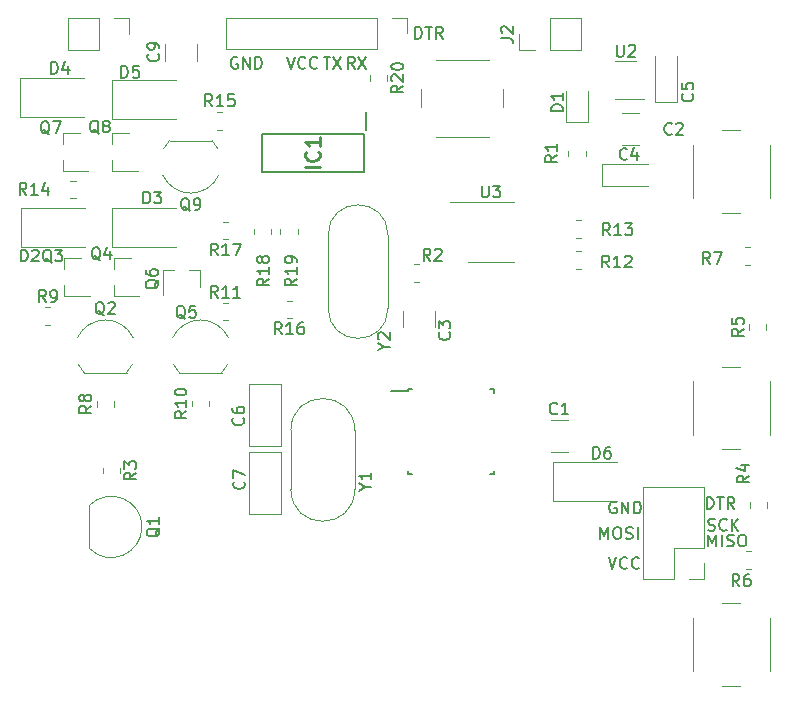
<source format=gbr>
G04 #@! TF.GenerationSoftware,KiCad,Pcbnew,5.1.7-a382d34a8~87~ubuntu20.04.1*
G04 #@! TF.CreationDate,2020-11-09T08:25:24+01:00*
G04 #@! TF.ProjectId,OpenerV1.1_Board,4f70656e-6572-4563-912e-315f426f6172,rev?*
G04 #@! TF.SameCoordinates,Original*
G04 #@! TF.FileFunction,Legend,Top*
G04 #@! TF.FilePolarity,Positive*
%FSLAX46Y46*%
G04 Gerber Fmt 4.6, Leading zero omitted, Abs format (unit mm)*
G04 Created by KiCad (PCBNEW 5.1.7-a382d34a8~87~ubuntu20.04.1) date 2020-11-09 08:25:24*
%MOMM*%
%LPD*%
G01*
G04 APERTURE LIST*
%ADD10C,0.150000*%
%ADD11C,0.120000*%
%ADD12C,0.200000*%
%ADD13C,0.254000*%
G04 APERTURE END LIST*
D10*
X134302642Y-44394380D02*
X134302642Y-43394380D01*
X134540738Y-43394380D01*
X134683595Y-43442000D01*
X134778833Y-43537238D01*
X134826452Y-43632476D01*
X134874071Y-43822952D01*
X134874071Y-43965809D01*
X134826452Y-44156285D01*
X134778833Y-44251523D01*
X134683595Y-44346761D01*
X134540738Y-44394380D01*
X134302642Y-44394380D01*
X135159785Y-43394380D02*
X135731214Y-43394380D01*
X135445500Y-44394380D02*
X135445500Y-43394380D01*
X136635976Y-44394380D02*
X136302642Y-43918190D01*
X136064547Y-44394380D02*
X136064547Y-43394380D01*
X136445500Y-43394380D01*
X136540738Y-43442000D01*
X136588357Y-43489619D01*
X136635976Y-43584857D01*
X136635976Y-43727714D01*
X136588357Y-43822952D01*
X136540738Y-43870571D01*
X136445500Y-43918190D01*
X136064547Y-43918190D01*
X119253095Y-45982000D02*
X119157857Y-45934380D01*
X119015000Y-45934380D01*
X118872142Y-45982000D01*
X118776904Y-46077238D01*
X118729285Y-46172476D01*
X118681666Y-46362952D01*
X118681666Y-46505809D01*
X118729285Y-46696285D01*
X118776904Y-46791523D01*
X118872142Y-46886761D01*
X119015000Y-46934380D01*
X119110238Y-46934380D01*
X119253095Y-46886761D01*
X119300714Y-46839142D01*
X119300714Y-46505809D01*
X119110238Y-46505809D01*
X119729285Y-46934380D02*
X119729285Y-45934380D01*
X120300714Y-46934380D01*
X120300714Y-45934380D01*
X120776904Y-46934380D02*
X120776904Y-45934380D01*
X121015000Y-45934380D01*
X121157857Y-45982000D01*
X121253095Y-46077238D01*
X121300714Y-46172476D01*
X121348333Y-46362952D01*
X121348333Y-46505809D01*
X121300714Y-46696285D01*
X121253095Y-46791523D01*
X121157857Y-46886761D01*
X121015000Y-46934380D01*
X120776904Y-46934380D01*
X123444166Y-45934380D02*
X123777500Y-46934380D01*
X124110833Y-45934380D01*
X125015595Y-46839142D02*
X124967976Y-46886761D01*
X124825119Y-46934380D01*
X124729880Y-46934380D01*
X124587023Y-46886761D01*
X124491785Y-46791523D01*
X124444166Y-46696285D01*
X124396547Y-46505809D01*
X124396547Y-46362952D01*
X124444166Y-46172476D01*
X124491785Y-46077238D01*
X124587023Y-45982000D01*
X124729880Y-45934380D01*
X124825119Y-45934380D01*
X124967976Y-45982000D01*
X125015595Y-46029619D01*
X126015595Y-46839142D02*
X125967976Y-46886761D01*
X125825119Y-46934380D01*
X125729880Y-46934380D01*
X125587023Y-46886761D01*
X125491785Y-46791523D01*
X125444166Y-46696285D01*
X125396547Y-46505809D01*
X125396547Y-46362952D01*
X125444166Y-46172476D01*
X125491785Y-46077238D01*
X125587023Y-45982000D01*
X125729880Y-45934380D01*
X125825119Y-45934380D01*
X125967976Y-45982000D01*
X126015595Y-46029619D01*
X129182833Y-46934380D02*
X128849500Y-46458190D01*
X128611404Y-46934380D02*
X128611404Y-45934380D01*
X128992357Y-45934380D01*
X129087595Y-45982000D01*
X129135214Y-46029619D01*
X129182833Y-46124857D01*
X129182833Y-46267714D01*
X129135214Y-46362952D01*
X129087595Y-46410571D01*
X128992357Y-46458190D01*
X128611404Y-46458190D01*
X129516166Y-45934380D02*
X130182833Y-46934380D01*
X130182833Y-45934380D02*
X129516166Y-46934380D01*
X126555595Y-45934380D02*
X127127023Y-45934380D01*
X126841309Y-46934380D02*
X126841309Y-45934380D01*
X127365119Y-45934380D02*
X128031785Y-46934380D01*
X128031785Y-45934380D02*
X127365119Y-46934380D01*
X159115285Y-86002761D02*
X159258142Y-86050380D01*
X159496238Y-86050380D01*
X159591476Y-86002761D01*
X159639095Y-85955142D01*
X159686714Y-85859904D01*
X159686714Y-85764666D01*
X159639095Y-85669428D01*
X159591476Y-85621809D01*
X159496238Y-85574190D01*
X159305761Y-85526571D01*
X159210523Y-85478952D01*
X159162904Y-85431333D01*
X159115285Y-85336095D01*
X159115285Y-85240857D01*
X159162904Y-85145619D01*
X159210523Y-85098000D01*
X159305761Y-85050380D01*
X159543857Y-85050380D01*
X159686714Y-85098000D01*
X160686714Y-85955142D02*
X160639095Y-86002761D01*
X160496238Y-86050380D01*
X160401000Y-86050380D01*
X160258142Y-86002761D01*
X160162904Y-85907523D01*
X160115285Y-85812285D01*
X160067666Y-85621809D01*
X160067666Y-85478952D01*
X160115285Y-85288476D01*
X160162904Y-85193238D01*
X160258142Y-85098000D01*
X160401000Y-85050380D01*
X160496238Y-85050380D01*
X160639095Y-85098000D01*
X160686714Y-85145619D01*
X161115285Y-86050380D02*
X161115285Y-85050380D01*
X161686714Y-86050380D02*
X161258142Y-85478952D01*
X161686714Y-85050380D02*
X161115285Y-85621809D01*
X159147071Y-87383880D02*
X159147071Y-86383880D01*
X159480404Y-87098166D01*
X159813738Y-86383880D01*
X159813738Y-87383880D01*
X160289928Y-87383880D02*
X160289928Y-86383880D01*
X160718500Y-87336261D02*
X160861357Y-87383880D01*
X161099452Y-87383880D01*
X161194690Y-87336261D01*
X161242309Y-87288642D01*
X161289928Y-87193404D01*
X161289928Y-87098166D01*
X161242309Y-87002928D01*
X161194690Y-86955309D01*
X161099452Y-86907690D01*
X160908976Y-86860071D01*
X160813738Y-86812452D01*
X160766119Y-86764833D01*
X160718500Y-86669595D01*
X160718500Y-86574357D01*
X160766119Y-86479119D01*
X160813738Y-86431500D01*
X160908976Y-86383880D01*
X161147071Y-86383880D01*
X161289928Y-86431500D01*
X161908976Y-86383880D02*
X162099452Y-86383880D01*
X162194690Y-86431500D01*
X162289928Y-86526738D01*
X162337547Y-86717214D01*
X162337547Y-87050547D01*
X162289928Y-87241023D01*
X162194690Y-87336261D01*
X162099452Y-87383880D01*
X161908976Y-87383880D01*
X161813738Y-87336261D01*
X161718500Y-87241023D01*
X161670880Y-87050547D01*
X161670880Y-86717214D01*
X161718500Y-86526738D01*
X161813738Y-86431500D01*
X161908976Y-86383880D01*
X159004142Y-84208880D02*
X159004142Y-83208880D01*
X159242238Y-83208880D01*
X159385095Y-83256500D01*
X159480333Y-83351738D01*
X159527952Y-83446976D01*
X159575571Y-83637452D01*
X159575571Y-83780309D01*
X159527952Y-83970785D01*
X159480333Y-84066023D01*
X159385095Y-84161261D01*
X159242238Y-84208880D01*
X159004142Y-84208880D01*
X159861285Y-83208880D02*
X160432714Y-83208880D01*
X160147000Y-84208880D02*
X160147000Y-83208880D01*
X161337476Y-84208880D02*
X161004142Y-83732690D01*
X160766047Y-84208880D02*
X160766047Y-83208880D01*
X161147000Y-83208880D01*
X161242238Y-83256500D01*
X161289857Y-83304119D01*
X161337476Y-83399357D01*
X161337476Y-83542214D01*
X161289857Y-83637452D01*
X161242238Y-83685071D01*
X161147000Y-83732690D01*
X160766047Y-83732690D01*
X150685666Y-88288880D02*
X151019000Y-89288880D01*
X151352333Y-88288880D01*
X152257095Y-89193642D02*
X152209476Y-89241261D01*
X152066619Y-89288880D01*
X151971380Y-89288880D01*
X151828523Y-89241261D01*
X151733285Y-89146023D01*
X151685666Y-89050785D01*
X151638047Y-88860309D01*
X151638047Y-88717452D01*
X151685666Y-88526976D01*
X151733285Y-88431738D01*
X151828523Y-88336500D01*
X151971380Y-88288880D01*
X152066619Y-88288880D01*
X152209476Y-88336500D01*
X152257095Y-88384119D01*
X153257095Y-89193642D02*
X153209476Y-89241261D01*
X153066619Y-89288880D01*
X152971380Y-89288880D01*
X152828523Y-89241261D01*
X152733285Y-89146023D01*
X152685666Y-89050785D01*
X152638047Y-88860309D01*
X152638047Y-88717452D01*
X152685666Y-88526976D01*
X152733285Y-88431738D01*
X152828523Y-88336500D01*
X152971380Y-88288880D01*
X153066619Y-88288880D01*
X153209476Y-88336500D01*
X153257095Y-88384119D01*
X151320595Y-83637500D02*
X151225357Y-83589880D01*
X151082500Y-83589880D01*
X150939642Y-83637500D01*
X150844404Y-83732738D01*
X150796785Y-83827976D01*
X150749166Y-84018452D01*
X150749166Y-84161309D01*
X150796785Y-84351785D01*
X150844404Y-84447023D01*
X150939642Y-84542261D01*
X151082500Y-84589880D01*
X151177738Y-84589880D01*
X151320595Y-84542261D01*
X151368214Y-84494642D01*
X151368214Y-84161309D01*
X151177738Y-84161309D01*
X151796785Y-84589880D02*
X151796785Y-83589880D01*
X152368214Y-84589880D01*
X152368214Y-83589880D01*
X152844404Y-84589880D02*
X152844404Y-83589880D01*
X153082500Y-83589880D01*
X153225357Y-83637500D01*
X153320595Y-83732738D01*
X153368214Y-83827976D01*
X153415833Y-84018452D01*
X153415833Y-84161309D01*
X153368214Y-84351785D01*
X153320595Y-84447023D01*
X153225357Y-84542261D01*
X153082500Y-84589880D01*
X152844404Y-84589880D01*
X150003071Y-86748880D02*
X150003071Y-85748880D01*
X150336404Y-86463166D01*
X150669738Y-85748880D01*
X150669738Y-86748880D01*
X151336404Y-85748880D02*
X151526880Y-85748880D01*
X151622119Y-85796500D01*
X151717357Y-85891738D01*
X151764976Y-86082214D01*
X151764976Y-86415547D01*
X151717357Y-86606023D01*
X151622119Y-86701261D01*
X151526880Y-86748880D01*
X151336404Y-86748880D01*
X151241166Y-86701261D01*
X151145928Y-86606023D01*
X151098309Y-86415547D01*
X151098309Y-86082214D01*
X151145928Y-85891738D01*
X151241166Y-85796500D01*
X151336404Y-85748880D01*
X152145928Y-86701261D02*
X152288785Y-86748880D01*
X152526880Y-86748880D01*
X152622119Y-86701261D01*
X152669738Y-86653642D01*
X152717357Y-86558404D01*
X152717357Y-86463166D01*
X152669738Y-86367928D01*
X152622119Y-86320309D01*
X152526880Y-86272690D01*
X152336404Y-86225071D01*
X152241166Y-86177452D01*
X152193547Y-86129833D01*
X152145928Y-86034595D01*
X152145928Y-85939357D01*
X152193547Y-85844119D01*
X152241166Y-85796500D01*
X152336404Y-85748880D01*
X152574500Y-85748880D01*
X152717357Y-85796500D01*
X153145928Y-86748880D02*
X153145928Y-85748880D01*
D11*
X118304000Y-42612000D02*
X118304000Y-45272000D01*
X131064000Y-42612000D02*
X118304000Y-42612000D01*
X131064000Y-45272000D02*
X118304000Y-45272000D01*
X131064000Y-42612000D02*
X131064000Y-45272000D01*
X132334000Y-42612000D02*
X133664000Y-42612000D01*
X133664000Y-42612000D02*
X133664000Y-43942000D01*
X145983500Y-80265000D02*
X145983500Y-83565000D01*
X145983500Y-83565000D02*
X151383500Y-83565000D01*
X145983500Y-80265000D02*
X151383500Y-80265000D01*
X113130500Y-46240752D02*
X113130500Y-44818248D01*
X115850500Y-46240752D02*
X115850500Y-44818248D01*
X140714500Y-63329500D02*
X142664500Y-63329500D01*
X140714500Y-63329500D02*
X138764500Y-63329500D01*
X140714500Y-58209500D02*
X142664500Y-58209500D01*
X140714500Y-58209500D02*
X137264500Y-58209500D01*
X130456000Y-47501436D02*
X130456000Y-47955564D01*
X131926000Y-47501436D02*
X131926000Y-47955564D01*
X158810000Y-90103000D02*
X157480000Y-90103000D01*
X158810000Y-88773000D02*
X158810000Y-90103000D01*
X156210000Y-90103000D02*
X153610000Y-90103000D01*
X156210000Y-87503000D02*
X156210000Y-90103000D01*
X158810000Y-87503000D02*
X156210000Y-87503000D01*
X153610000Y-90103000D02*
X153610000Y-82363000D01*
X158810000Y-87503000D02*
X158810000Y-82363000D01*
X158810000Y-82363000D02*
X153610000Y-82363000D01*
X132001500Y-60983500D02*
X132001500Y-67233500D01*
X126951500Y-60983500D02*
X126951500Y-67233500D01*
X126951500Y-67233500D02*
G75*
G03*
X132001500Y-67233500I2525000J0D01*
G01*
X126951500Y-60983500D02*
G75*
G02*
X132001500Y-60983500I2525000J0D01*
G01*
X123792000Y-82550000D02*
X123792000Y-77550000D01*
X129192000Y-82550000D02*
X129192000Y-77550000D01*
X129192000Y-77550000D02*
G75*
G03*
X123792000Y-77550000I-2700000J0D01*
G01*
X129192000Y-82550000D02*
G75*
G02*
X123792000Y-82550000I-2700000J0D01*
G01*
X153046000Y-46269000D02*
X151246000Y-46269000D01*
X151246000Y-49489000D02*
X153696000Y-49489000D01*
D10*
X133731500Y-74031000D02*
X133731500Y-74256000D01*
X140981500Y-74031000D02*
X140981500Y-74356000D01*
X140981500Y-81281000D02*
X140981500Y-80956000D01*
X133731500Y-81281000D02*
X133731500Y-80956000D01*
X133731500Y-74031000D02*
X134056500Y-74031000D01*
X133731500Y-81281000D02*
X134056500Y-81281000D01*
X140981500Y-81281000D02*
X140656500Y-81281000D01*
X140981500Y-74031000D02*
X140656500Y-74031000D01*
X133731500Y-74256000D02*
X132306500Y-74256000D01*
D11*
X164326500Y-57907500D02*
X164326500Y-53407500D01*
X160326500Y-59157500D02*
X161826500Y-59157500D01*
X157826500Y-53407500D02*
X157826500Y-57907500D01*
X161826500Y-52157500D02*
X160326500Y-52157500D01*
X164326500Y-77907500D02*
X164326500Y-73407500D01*
X160326500Y-79157500D02*
X161826500Y-79157500D01*
X157826500Y-73407500D02*
X157826500Y-77907500D01*
X161826500Y-72157500D02*
X160326500Y-72157500D01*
X164326500Y-97907500D02*
X164326500Y-93407500D01*
X160326500Y-99157500D02*
X161826500Y-99157500D01*
X157826500Y-93407500D02*
X157826500Y-97907500D01*
X161826500Y-92157500D02*
X160326500Y-92157500D01*
X140541500Y-46189000D02*
X136041500Y-46189000D01*
X141791500Y-50189000D02*
X141791500Y-48689000D01*
X136041500Y-52689000D02*
X140541500Y-52689000D01*
X134791500Y-48689000D02*
X134791500Y-50189000D01*
X122899500Y-60956564D02*
X122899500Y-60502436D01*
X124369500Y-60956564D02*
X124369500Y-60502436D01*
X120677000Y-60933064D02*
X120677000Y-60478936D01*
X122147000Y-60933064D02*
X122147000Y-60478936D01*
X118464064Y-61377500D02*
X118009936Y-61377500D01*
X118464064Y-59907500D02*
X118009936Y-59907500D01*
X123885064Y-68045000D02*
X123430936Y-68045000D01*
X123885064Y-66575000D02*
X123430936Y-66575000D01*
X117996064Y-52106500D02*
X117541936Y-52106500D01*
X117996064Y-50636500D02*
X117541936Y-50636500D01*
X105119436Y-56415000D02*
X105573564Y-56415000D01*
X105119436Y-57885000D02*
X105573564Y-57885000D01*
X148372564Y-61250500D02*
X147918436Y-61250500D01*
X148372564Y-59780500D02*
X147918436Y-59780500D01*
X148372564Y-63854000D02*
X147918436Y-63854000D01*
X148372564Y-62384000D02*
X147918436Y-62384000D01*
X118009936Y-66765500D02*
X118464064Y-66765500D01*
X118009936Y-68235500D02*
X118464064Y-68235500D01*
X115406500Y-75498064D02*
X115406500Y-75043936D01*
X116876500Y-75498064D02*
X116876500Y-75043936D01*
X102983936Y-67146500D02*
X103438064Y-67146500D01*
X102983936Y-68616500D02*
X103438064Y-68616500D01*
X107342000Y-75538064D02*
X107342000Y-75083936D01*
X108812000Y-75538064D02*
X108812000Y-75083936D01*
X162683564Y-63536500D02*
X162229436Y-63536500D01*
X162683564Y-62066500D02*
X162229436Y-62066500D01*
X162332936Y-87784000D02*
X162787064Y-87784000D01*
X162332936Y-89254000D02*
X162787064Y-89254000D01*
X162587000Y-69021064D02*
X162587000Y-68566936D01*
X164057000Y-69021064D02*
X164057000Y-68566936D01*
X162650500Y-84110564D02*
X162650500Y-83656436D01*
X164120500Y-84110564D02*
X164120500Y-83656436D01*
X109320000Y-80735436D02*
X109320000Y-81189564D01*
X107850000Y-80735436D02*
X107850000Y-81189564D01*
X134656564Y-64973500D02*
X134202436Y-64973500D01*
X134656564Y-63503500D02*
X134202436Y-63503500D01*
X148753500Y-53874936D02*
X148753500Y-54329064D01*
X147283500Y-53874936D02*
X147283500Y-54329064D01*
X117116000Y-53014000D02*
X113516000Y-53014000D01*
X112991816Y-53741205D02*
G75*
G02*
X113516000Y-53014000I2324184J-1122795D01*
G01*
X112959600Y-55962807D02*
G75*
G03*
X115316000Y-57464000I2356400J1098807D01*
G01*
X117672400Y-55962807D02*
G75*
G02*
X115316000Y-57464000I-2356400J1098807D01*
G01*
X117640184Y-53741205D02*
G75*
G03*
X117116000Y-53014000I-2324184J-1122795D01*
G01*
X108650500Y-52395000D02*
X108650500Y-53325000D01*
X108650500Y-55555000D02*
X108650500Y-54625000D01*
X108650500Y-55555000D02*
X110810500Y-55555000D01*
X108650500Y-52395000D02*
X110110500Y-52395000D01*
X104459500Y-52395000D02*
X104459500Y-53325000D01*
X104459500Y-55555000D02*
X104459500Y-54625000D01*
X104459500Y-55555000D02*
X106619500Y-55555000D01*
X104459500Y-52395000D02*
X105919500Y-52395000D01*
X116134000Y-63946500D02*
X115204000Y-63946500D01*
X112974000Y-63946500D02*
X113904000Y-63946500D01*
X112974000Y-63946500D02*
X112974000Y-66106500D01*
X116134000Y-63946500D02*
X116134000Y-65406500D01*
X114341500Y-72652500D02*
X117941500Y-72652500D01*
X118465684Y-71925295D02*
G75*
G02*
X117941500Y-72652500I-2324184J1122795D01*
G01*
X118497900Y-69703693D02*
G75*
G03*
X116141500Y-68202500I-2356400J-1098807D01*
G01*
X113785100Y-69703693D02*
G75*
G02*
X116141500Y-68202500I2356400J-1098807D01*
G01*
X113817316Y-71925295D02*
G75*
G03*
X114341500Y-72652500I2324184J1122795D01*
G01*
X108777500Y-62999500D02*
X108777500Y-63929500D01*
X108777500Y-66159500D02*
X108777500Y-65229500D01*
X108777500Y-66159500D02*
X110937500Y-66159500D01*
X108777500Y-62999500D02*
X110237500Y-62999500D01*
X104586500Y-62999500D02*
X104586500Y-63929500D01*
X104586500Y-66159500D02*
X104586500Y-65229500D01*
X104586500Y-66159500D02*
X106746500Y-66159500D01*
X104586500Y-62999500D02*
X106046500Y-62999500D01*
X106277000Y-72652500D02*
X109877000Y-72652500D01*
X110401184Y-71925295D02*
G75*
G02*
X109877000Y-72652500I-2324184J1122795D01*
G01*
X110433400Y-69703693D02*
G75*
G03*
X108077000Y-68202500I-2356400J-1098807D01*
G01*
X105720600Y-69703693D02*
G75*
G02*
X108077000Y-68202500I2356400J-1098807D01*
G01*
X105752816Y-71925295D02*
G75*
G03*
X106277000Y-72652500I2324184J1122795D01*
G01*
X106735000Y-83925000D02*
X106735000Y-87525000D01*
X106746522Y-87563478D02*
G75*
G03*
X111185000Y-85725000I1838478J1838478D01*
G01*
X106746522Y-83886522D02*
G75*
G02*
X111185000Y-85725000I1838478J-1838478D01*
G01*
X148332500Y-45330000D02*
X148332500Y-42670000D01*
X145732500Y-45330000D02*
X148332500Y-45330000D01*
X145732500Y-42670000D02*
X148332500Y-42670000D01*
X145732500Y-45330000D02*
X145732500Y-42670000D01*
X144462500Y-45330000D02*
X143132500Y-45330000D01*
X143132500Y-45330000D02*
X143132500Y-44000000D01*
X104905500Y-42670000D02*
X104905500Y-45330000D01*
X107505500Y-42670000D02*
X104905500Y-42670000D01*
X107505500Y-45330000D02*
X104905500Y-45330000D01*
X107505500Y-42670000D02*
X107505500Y-45330000D01*
X108775500Y-42670000D02*
X110105500Y-42670000D01*
X110105500Y-42670000D02*
X110105500Y-44000000D01*
D12*
X129991500Y-52438500D02*
X129991500Y-55638500D01*
X129991500Y-55638500D02*
X121341500Y-55638500D01*
X121341500Y-55638500D02*
X121341500Y-52438500D01*
X121341500Y-52438500D02*
X129991500Y-52438500D01*
X130151500Y-50563500D02*
X130151500Y-52088500D01*
D11*
X108645500Y-47880000D02*
X108645500Y-51180000D01*
X108645500Y-51180000D02*
X114045500Y-51180000D01*
X108645500Y-47880000D02*
X114045500Y-47880000D01*
X100835500Y-47753000D02*
X100835500Y-51053000D01*
X100835500Y-51053000D02*
X106235500Y-51053000D01*
X100835500Y-47753000D02*
X106235500Y-47753000D01*
X108645500Y-58738500D02*
X108645500Y-62038500D01*
X108645500Y-62038500D02*
X114045500Y-62038500D01*
X108645500Y-58738500D02*
X114045500Y-58738500D01*
X100930500Y-58738500D02*
X100930500Y-62038500D01*
X100930500Y-62038500D02*
X106330500Y-62038500D01*
X100930500Y-58738500D02*
X106330500Y-58738500D01*
X147058500Y-48784000D02*
X147058500Y-51469000D01*
X147058500Y-51469000D02*
X148978500Y-51469000D01*
X148978500Y-51469000D02*
X148978500Y-48784000D01*
X122972500Y-79378500D02*
X122972500Y-84618500D01*
X120232500Y-79378500D02*
X120232500Y-84618500D01*
X122972500Y-79378500D02*
X120232500Y-79378500D01*
X122972500Y-84618500D02*
X120232500Y-84618500D01*
X120232500Y-78903500D02*
X120232500Y-73663500D01*
X122972500Y-78903500D02*
X122972500Y-73663500D01*
X120232500Y-78903500D02*
X122972500Y-78903500D01*
X120232500Y-73663500D02*
X122972500Y-73663500D01*
X154640000Y-45834500D02*
X154640000Y-49744500D01*
X154640000Y-49744500D02*
X156510000Y-49744500D01*
X156510000Y-49744500D02*
X156510000Y-45834500D01*
X154016500Y-55008500D02*
X150106500Y-55008500D01*
X150106500Y-55008500D02*
X150106500Y-56878500D01*
X150106500Y-56878500D02*
X154016500Y-56878500D01*
X135980000Y-67409748D02*
X135980000Y-68832252D01*
X133260000Y-67409748D02*
X133260000Y-68832252D01*
X151830248Y-50710000D02*
X153252752Y-50710000D01*
X151830248Y-53430000D02*
X153252752Y-53430000D01*
X145797748Y-76681500D02*
X147220252Y-76681500D01*
X145797748Y-79401500D02*
X147220252Y-79401500D01*
D10*
X149375904Y-79954380D02*
X149375904Y-78954380D01*
X149614000Y-78954380D01*
X149756857Y-79002000D01*
X149852095Y-79097238D01*
X149899714Y-79192476D01*
X149947333Y-79382952D01*
X149947333Y-79525809D01*
X149899714Y-79716285D01*
X149852095Y-79811523D01*
X149756857Y-79906761D01*
X149614000Y-79954380D01*
X149375904Y-79954380D01*
X150804476Y-78954380D02*
X150614000Y-78954380D01*
X150518761Y-79002000D01*
X150471142Y-79049619D01*
X150375904Y-79192476D01*
X150328285Y-79382952D01*
X150328285Y-79763904D01*
X150375904Y-79859142D01*
X150423523Y-79906761D01*
X150518761Y-79954380D01*
X150709238Y-79954380D01*
X150804476Y-79906761D01*
X150852095Y-79859142D01*
X150899714Y-79763904D01*
X150899714Y-79525809D01*
X150852095Y-79430571D01*
X150804476Y-79382952D01*
X150709238Y-79335333D01*
X150518761Y-79335333D01*
X150423523Y-79382952D01*
X150375904Y-79430571D01*
X150328285Y-79525809D01*
X112547642Y-45696166D02*
X112595261Y-45743785D01*
X112642880Y-45886642D01*
X112642880Y-45981880D01*
X112595261Y-46124738D01*
X112500023Y-46219976D01*
X112404785Y-46267595D01*
X112214309Y-46315214D01*
X112071452Y-46315214D01*
X111880976Y-46267595D01*
X111785738Y-46219976D01*
X111690500Y-46124738D01*
X111642880Y-45981880D01*
X111642880Y-45886642D01*
X111690500Y-45743785D01*
X111738119Y-45696166D01*
X112642880Y-45219976D02*
X112642880Y-45029500D01*
X112595261Y-44934261D01*
X112547642Y-44886642D01*
X112404785Y-44791404D01*
X112214309Y-44743785D01*
X111833357Y-44743785D01*
X111738119Y-44791404D01*
X111690500Y-44839023D01*
X111642880Y-44934261D01*
X111642880Y-45124738D01*
X111690500Y-45219976D01*
X111738119Y-45267595D01*
X111833357Y-45315214D01*
X112071452Y-45315214D01*
X112166690Y-45267595D01*
X112214309Y-45219976D01*
X112261928Y-45124738D01*
X112261928Y-44934261D01*
X112214309Y-44839023D01*
X112166690Y-44791404D01*
X112071452Y-44743785D01*
X139952595Y-56821880D02*
X139952595Y-57631404D01*
X140000214Y-57726642D01*
X140047833Y-57774261D01*
X140143071Y-57821880D01*
X140333547Y-57821880D01*
X140428785Y-57774261D01*
X140476404Y-57726642D01*
X140524023Y-57631404D01*
X140524023Y-56821880D01*
X140904976Y-56821880D02*
X141524023Y-56821880D01*
X141190690Y-57202833D01*
X141333547Y-57202833D01*
X141428785Y-57250452D01*
X141476404Y-57298071D01*
X141524023Y-57393309D01*
X141524023Y-57631404D01*
X141476404Y-57726642D01*
X141428785Y-57774261D01*
X141333547Y-57821880D01*
X141047833Y-57821880D01*
X140952595Y-57774261D01*
X140904976Y-57726642D01*
X133293380Y-48371357D02*
X132817190Y-48704690D01*
X133293380Y-48942785D02*
X132293380Y-48942785D01*
X132293380Y-48561833D01*
X132341000Y-48466595D01*
X132388619Y-48418976D01*
X132483857Y-48371357D01*
X132626714Y-48371357D01*
X132721952Y-48418976D01*
X132769571Y-48466595D01*
X132817190Y-48561833D01*
X132817190Y-48942785D01*
X132388619Y-47990404D02*
X132341000Y-47942785D01*
X132293380Y-47847547D01*
X132293380Y-47609452D01*
X132341000Y-47514214D01*
X132388619Y-47466595D01*
X132483857Y-47418976D01*
X132579095Y-47418976D01*
X132721952Y-47466595D01*
X133293380Y-48038023D01*
X133293380Y-47418976D01*
X132293380Y-46799928D02*
X132293380Y-46704690D01*
X132341000Y-46609452D01*
X132388619Y-46561833D01*
X132483857Y-46514214D01*
X132674333Y-46466595D01*
X132912428Y-46466595D01*
X133102904Y-46514214D01*
X133198142Y-46561833D01*
X133245761Y-46609452D01*
X133293380Y-46704690D01*
X133293380Y-46799928D01*
X133245761Y-46895166D01*
X133198142Y-46942785D01*
X133102904Y-46990404D01*
X132912428Y-47038023D01*
X132674333Y-47038023D01*
X132483857Y-46990404D01*
X132388619Y-46942785D01*
X132341000Y-46895166D01*
X132293380Y-46799928D01*
X131675190Y-70453190D02*
X132151380Y-70453190D01*
X131151380Y-70786523D02*
X131675190Y-70453190D01*
X131151380Y-70119857D01*
X131246619Y-69834142D02*
X131199000Y-69786523D01*
X131151380Y-69691285D01*
X131151380Y-69453190D01*
X131199000Y-69357952D01*
X131246619Y-69310333D01*
X131341857Y-69262714D01*
X131437095Y-69262714D01*
X131579952Y-69310333D01*
X132151380Y-69881761D01*
X132151380Y-69262714D01*
X130087690Y-82327690D02*
X130563880Y-82327690D01*
X129563880Y-82661023D02*
X130087690Y-82327690D01*
X129563880Y-81994357D01*
X130563880Y-81137214D02*
X130563880Y-81708642D01*
X130563880Y-81422928D02*
X129563880Y-81422928D01*
X129706738Y-81518166D01*
X129801976Y-81613404D01*
X129849595Y-81708642D01*
X151384095Y-44918380D02*
X151384095Y-45727904D01*
X151431714Y-45823142D01*
X151479333Y-45870761D01*
X151574571Y-45918380D01*
X151765047Y-45918380D01*
X151860285Y-45870761D01*
X151907904Y-45823142D01*
X151955523Y-45727904D01*
X151955523Y-44918380D01*
X152384095Y-45013619D02*
X152431714Y-44966000D01*
X152526952Y-44918380D01*
X152765047Y-44918380D01*
X152860285Y-44966000D01*
X152907904Y-45013619D01*
X152955523Y-45108857D01*
X152955523Y-45204095D01*
X152907904Y-45346952D01*
X152336476Y-45918380D01*
X152955523Y-45918380D01*
X124277380Y-64714357D02*
X123801190Y-65047690D01*
X124277380Y-65285785D02*
X123277380Y-65285785D01*
X123277380Y-64904833D01*
X123325000Y-64809595D01*
X123372619Y-64761976D01*
X123467857Y-64714357D01*
X123610714Y-64714357D01*
X123705952Y-64761976D01*
X123753571Y-64809595D01*
X123801190Y-64904833D01*
X123801190Y-65285785D01*
X124277380Y-63761976D02*
X124277380Y-64333404D01*
X124277380Y-64047690D02*
X123277380Y-64047690D01*
X123420238Y-64142928D01*
X123515476Y-64238166D01*
X123563095Y-64333404D01*
X124277380Y-63285785D02*
X124277380Y-63095309D01*
X124229761Y-63000071D01*
X124182142Y-62952452D01*
X124039285Y-62857214D01*
X123848809Y-62809595D01*
X123467857Y-62809595D01*
X123372619Y-62857214D01*
X123325000Y-62904833D01*
X123277380Y-63000071D01*
X123277380Y-63190547D01*
X123325000Y-63285785D01*
X123372619Y-63333404D01*
X123467857Y-63381023D01*
X123705952Y-63381023D01*
X123801190Y-63333404D01*
X123848809Y-63285785D01*
X123896428Y-63190547D01*
X123896428Y-63000071D01*
X123848809Y-62904833D01*
X123801190Y-62857214D01*
X123705952Y-62809595D01*
X121927880Y-64714357D02*
X121451690Y-65047690D01*
X121927880Y-65285785D02*
X120927880Y-65285785D01*
X120927880Y-64904833D01*
X120975500Y-64809595D01*
X121023119Y-64761976D01*
X121118357Y-64714357D01*
X121261214Y-64714357D01*
X121356452Y-64761976D01*
X121404071Y-64809595D01*
X121451690Y-64904833D01*
X121451690Y-65285785D01*
X121927880Y-63761976D02*
X121927880Y-64333404D01*
X121927880Y-64047690D02*
X120927880Y-64047690D01*
X121070738Y-64142928D01*
X121165976Y-64238166D01*
X121213595Y-64333404D01*
X121356452Y-63190547D02*
X121308833Y-63285785D01*
X121261214Y-63333404D01*
X121165976Y-63381023D01*
X121118357Y-63381023D01*
X121023119Y-63333404D01*
X120975500Y-63285785D01*
X120927880Y-63190547D01*
X120927880Y-63000071D01*
X120975500Y-62904833D01*
X121023119Y-62857214D01*
X121118357Y-62809595D01*
X121165976Y-62809595D01*
X121261214Y-62857214D01*
X121308833Y-62904833D01*
X121356452Y-63000071D01*
X121356452Y-63190547D01*
X121404071Y-63285785D01*
X121451690Y-63333404D01*
X121546928Y-63381023D01*
X121737404Y-63381023D01*
X121832642Y-63333404D01*
X121880261Y-63285785D01*
X121927880Y-63190547D01*
X121927880Y-63000071D01*
X121880261Y-62904833D01*
X121832642Y-62857214D01*
X121737404Y-62809595D01*
X121546928Y-62809595D01*
X121451690Y-62857214D01*
X121404071Y-62904833D01*
X121356452Y-63000071D01*
X117594142Y-62744880D02*
X117260809Y-62268690D01*
X117022714Y-62744880D02*
X117022714Y-61744880D01*
X117403666Y-61744880D01*
X117498904Y-61792500D01*
X117546523Y-61840119D01*
X117594142Y-61935357D01*
X117594142Y-62078214D01*
X117546523Y-62173452D01*
X117498904Y-62221071D01*
X117403666Y-62268690D01*
X117022714Y-62268690D01*
X118546523Y-62744880D02*
X117975095Y-62744880D01*
X118260809Y-62744880D02*
X118260809Y-61744880D01*
X118165571Y-61887738D01*
X118070333Y-61982976D01*
X117975095Y-62030595D01*
X118879857Y-61744880D02*
X119546523Y-61744880D01*
X119117952Y-62744880D01*
X123015142Y-69412380D02*
X122681809Y-68936190D01*
X122443714Y-69412380D02*
X122443714Y-68412380D01*
X122824666Y-68412380D01*
X122919904Y-68460000D01*
X122967523Y-68507619D01*
X123015142Y-68602857D01*
X123015142Y-68745714D01*
X122967523Y-68840952D01*
X122919904Y-68888571D01*
X122824666Y-68936190D01*
X122443714Y-68936190D01*
X123967523Y-69412380D02*
X123396095Y-69412380D01*
X123681809Y-69412380D02*
X123681809Y-68412380D01*
X123586571Y-68555238D01*
X123491333Y-68650476D01*
X123396095Y-68698095D01*
X124824666Y-68412380D02*
X124634190Y-68412380D01*
X124538952Y-68460000D01*
X124491333Y-68507619D01*
X124396095Y-68650476D01*
X124348476Y-68840952D01*
X124348476Y-69221904D01*
X124396095Y-69317142D01*
X124443714Y-69364761D01*
X124538952Y-69412380D01*
X124729428Y-69412380D01*
X124824666Y-69364761D01*
X124872285Y-69317142D01*
X124919904Y-69221904D01*
X124919904Y-68983809D01*
X124872285Y-68888571D01*
X124824666Y-68840952D01*
X124729428Y-68793333D01*
X124538952Y-68793333D01*
X124443714Y-68840952D01*
X124396095Y-68888571D01*
X124348476Y-68983809D01*
X117126142Y-50109380D02*
X116792809Y-49633190D01*
X116554714Y-50109380D02*
X116554714Y-49109380D01*
X116935666Y-49109380D01*
X117030904Y-49157000D01*
X117078523Y-49204619D01*
X117126142Y-49299857D01*
X117126142Y-49442714D01*
X117078523Y-49537952D01*
X117030904Y-49585571D01*
X116935666Y-49633190D01*
X116554714Y-49633190D01*
X118078523Y-50109380D02*
X117507095Y-50109380D01*
X117792809Y-50109380D02*
X117792809Y-49109380D01*
X117697571Y-49252238D01*
X117602333Y-49347476D01*
X117507095Y-49395095D01*
X118983285Y-49109380D02*
X118507095Y-49109380D01*
X118459476Y-49585571D01*
X118507095Y-49537952D01*
X118602333Y-49490333D01*
X118840428Y-49490333D01*
X118935666Y-49537952D01*
X118983285Y-49585571D01*
X119030904Y-49680809D01*
X119030904Y-49918904D01*
X118983285Y-50014142D01*
X118935666Y-50061761D01*
X118840428Y-50109380D01*
X118602333Y-50109380D01*
X118507095Y-50061761D01*
X118459476Y-50014142D01*
X101401642Y-57602380D02*
X101068309Y-57126190D01*
X100830214Y-57602380D02*
X100830214Y-56602380D01*
X101211166Y-56602380D01*
X101306404Y-56650000D01*
X101354023Y-56697619D01*
X101401642Y-56792857D01*
X101401642Y-56935714D01*
X101354023Y-57030952D01*
X101306404Y-57078571D01*
X101211166Y-57126190D01*
X100830214Y-57126190D01*
X102354023Y-57602380D02*
X101782595Y-57602380D01*
X102068309Y-57602380D02*
X102068309Y-56602380D01*
X101973071Y-56745238D01*
X101877833Y-56840476D01*
X101782595Y-56888095D01*
X103211166Y-56935714D02*
X103211166Y-57602380D01*
X102973071Y-56554761D02*
X102734976Y-57269047D01*
X103354023Y-57269047D01*
X150804642Y-61031380D02*
X150471309Y-60555190D01*
X150233214Y-61031380D02*
X150233214Y-60031380D01*
X150614166Y-60031380D01*
X150709404Y-60079000D01*
X150757023Y-60126619D01*
X150804642Y-60221857D01*
X150804642Y-60364714D01*
X150757023Y-60459952D01*
X150709404Y-60507571D01*
X150614166Y-60555190D01*
X150233214Y-60555190D01*
X151757023Y-61031380D02*
X151185595Y-61031380D01*
X151471309Y-61031380D02*
X151471309Y-60031380D01*
X151376071Y-60174238D01*
X151280833Y-60269476D01*
X151185595Y-60317095D01*
X152090357Y-60031380D02*
X152709404Y-60031380D01*
X152376071Y-60412333D01*
X152518928Y-60412333D01*
X152614166Y-60459952D01*
X152661785Y-60507571D01*
X152709404Y-60602809D01*
X152709404Y-60840904D01*
X152661785Y-60936142D01*
X152614166Y-60983761D01*
X152518928Y-61031380D01*
X152233214Y-61031380D01*
X152137976Y-60983761D01*
X152090357Y-60936142D01*
X150741142Y-63761880D02*
X150407809Y-63285690D01*
X150169714Y-63761880D02*
X150169714Y-62761880D01*
X150550666Y-62761880D01*
X150645904Y-62809500D01*
X150693523Y-62857119D01*
X150741142Y-62952357D01*
X150741142Y-63095214D01*
X150693523Y-63190452D01*
X150645904Y-63238071D01*
X150550666Y-63285690D01*
X150169714Y-63285690D01*
X151693523Y-63761880D02*
X151122095Y-63761880D01*
X151407809Y-63761880D02*
X151407809Y-62761880D01*
X151312571Y-62904738D01*
X151217333Y-62999976D01*
X151122095Y-63047595D01*
X152074476Y-62857119D02*
X152122095Y-62809500D01*
X152217333Y-62761880D01*
X152455428Y-62761880D01*
X152550666Y-62809500D01*
X152598285Y-62857119D01*
X152645904Y-62952357D01*
X152645904Y-63047595D01*
X152598285Y-63190452D01*
X152026857Y-63761880D01*
X152645904Y-63761880D01*
X117594142Y-66302880D02*
X117260809Y-65826690D01*
X117022714Y-66302880D02*
X117022714Y-65302880D01*
X117403666Y-65302880D01*
X117498904Y-65350500D01*
X117546523Y-65398119D01*
X117594142Y-65493357D01*
X117594142Y-65636214D01*
X117546523Y-65731452D01*
X117498904Y-65779071D01*
X117403666Y-65826690D01*
X117022714Y-65826690D01*
X118546523Y-66302880D02*
X117975095Y-66302880D01*
X118260809Y-66302880D02*
X118260809Y-65302880D01*
X118165571Y-65445738D01*
X118070333Y-65540976D01*
X117975095Y-65588595D01*
X119498904Y-66302880D02*
X118927476Y-66302880D01*
X119213190Y-66302880D02*
X119213190Y-65302880D01*
X119117952Y-65445738D01*
X119022714Y-65540976D01*
X118927476Y-65588595D01*
X114943880Y-75913857D02*
X114467690Y-76247190D01*
X114943880Y-76485285D02*
X113943880Y-76485285D01*
X113943880Y-76104333D01*
X113991500Y-76009095D01*
X114039119Y-75961476D01*
X114134357Y-75913857D01*
X114277214Y-75913857D01*
X114372452Y-75961476D01*
X114420071Y-76009095D01*
X114467690Y-76104333D01*
X114467690Y-76485285D01*
X114943880Y-74961476D02*
X114943880Y-75532904D01*
X114943880Y-75247190D02*
X113943880Y-75247190D01*
X114086738Y-75342428D01*
X114181976Y-75437666D01*
X114229595Y-75532904D01*
X113943880Y-74342428D02*
X113943880Y-74247190D01*
X113991500Y-74151952D01*
X114039119Y-74104333D01*
X114134357Y-74056714D01*
X114324833Y-74009095D01*
X114562928Y-74009095D01*
X114753404Y-74056714D01*
X114848642Y-74104333D01*
X114896261Y-74151952D01*
X114943880Y-74247190D01*
X114943880Y-74342428D01*
X114896261Y-74437666D01*
X114848642Y-74485285D01*
X114753404Y-74532904D01*
X114562928Y-74580523D01*
X114324833Y-74580523D01*
X114134357Y-74532904D01*
X114039119Y-74485285D01*
X113991500Y-74437666D01*
X113943880Y-74342428D01*
X103044333Y-66683880D02*
X102711000Y-66207690D01*
X102472904Y-66683880D02*
X102472904Y-65683880D01*
X102853857Y-65683880D01*
X102949095Y-65731500D01*
X102996714Y-65779119D01*
X103044333Y-65874357D01*
X103044333Y-66017214D01*
X102996714Y-66112452D01*
X102949095Y-66160071D01*
X102853857Y-66207690D01*
X102472904Y-66207690D01*
X103520523Y-66683880D02*
X103711000Y-66683880D01*
X103806238Y-66636261D01*
X103853857Y-66588642D01*
X103949095Y-66445785D01*
X103996714Y-66255309D01*
X103996714Y-65874357D01*
X103949095Y-65779119D01*
X103901476Y-65731500D01*
X103806238Y-65683880D01*
X103615761Y-65683880D01*
X103520523Y-65731500D01*
X103472904Y-65779119D01*
X103425285Y-65874357D01*
X103425285Y-66112452D01*
X103472904Y-66207690D01*
X103520523Y-66255309D01*
X103615761Y-66302928D01*
X103806238Y-66302928D01*
X103901476Y-66255309D01*
X103949095Y-66207690D01*
X103996714Y-66112452D01*
X106879380Y-75477666D02*
X106403190Y-75811000D01*
X106879380Y-76049095D02*
X105879380Y-76049095D01*
X105879380Y-75668142D01*
X105927000Y-75572904D01*
X105974619Y-75525285D01*
X106069857Y-75477666D01*
X106212714Y-75477666D01*
X106307952Y-75525285D01*
X106355571Y-75572904D01*
X106403190Y-75668142D01*
X106403190Y-76049095D01*
X106307952Y-74906238D02*
X106260333Y-75001476D01*
X106212714Y-75049095D01*
X106117476Y-75096714D01*
X106069857Y-75096714D01*
X105974619Y-75049095D01*
X105927000Y-75001476D01*
X105879380Y-74906238D01*
X105879380Y-74715761D01*
X105927000Y-74620523D01*
X105974619Y-74572904D01*
X106069857Y-74525285D01*
X106117476Y-74525285D01*
X106212714Y-74572904D01*
X106260333Y-74620523D01*
X106307952Y-74715761D01*
X106307952Y-74906238D01*
X106355571Y-75001476D01*
X106403190Y-75049095D01*
X106498428Y-75096714D01*
X106688904Y-75096714D01*
X106784142Y-75049095D01*
X106831761Y-75001476D01*
X106879380Y-74906238D01*
X106879380Y-74715761D01*
X106831761Y-74620523D01*
X106784142Y-74572904D01*
X106688904Y-74525285D01*
X106498428Y-74525285D01*
X106403190Y-74572904D01*
X106355571Y-74620523D01*
X106307952Y-74715761D01*
X159265333Y-63444380D02*
X158932000Y-62968190D01*
X158693904Y-63444380D02*
X158693904Y-62444380D01*
X159074857Y-62444380D01*
X159170095Y-62492000D01*
X159217714Y-62539619D01*
X159265333Y-62634857D01*
X159265333Y-62777714D01*
X159217714Y-62872952D01*
X159170095Y-62920571D01*
X159074857Y-62968190D01*
X158693904Y-62968190D01*
X159598666Y-62444380D02*
X160265333Y-62444380D01*
X159836761Y-63444380D01*
X161758333Y-90749380D02*
X161425000Y-90273190D01*
X161186904Y-90749380D02*
X161186904Y-89749380D01*
X161567857Y-89749380D01*
X161663095Y-89797000D01*
X161710714Y-89844619D01*
X161758333Y-89939857D01*
X161758333Y-90082714D01*
X161710714Y-90177952D01*
X161663095Y-90225571D01*
X161567857Y-90273190D01*
X161186904Y-90273190D01*
X162615476Y-89749380D02*
X162425000Y-89749380D01*
X162329761Y-89797000D01*
X162282142Y-89844619D01*
X162186904Y-89987476D01*
X162139285Y-90177952D01*
X162139285Y-90558904D01*
X162186904Y-90654142D01*
X162234523Y-90701761D01*
X162329761Y-90749380D01*
X162520238Y-90749380D01*
X162615476Y-90701761D01*
X162663095Y-90654142D01*
X162710714Y-90558904D01*
X162710714Y-90320809D01*
X162663095Y-90225571D01*
X162615476Y-90177952D01*
X162520238Y-90130333D01*
X162329761Y-90130333D01*
X162234523Y-90177952D01*
X162186904Y-90225571D01*
X162139285Y-90320809D01*
X162124380Y-68960666D02*
X161648190Y-69294000D01*
X162124380Y-69532095D02*
X161124380Y-69532095D01*
X161124380Y-69151142D01*
X161172000Y-69055904D01*
X161219619Y-69008285D01*
X161314857Y-68960666D01*
X161457714Y-68960666D01*
X161552952Y-69008285D01*
X161600571Y-69055904D01*
X161648190Y-69151142D01*
X161648190Y-69532095D01*
X161124380Y-68055904D02*
X161124380Y-68532095D01*
X161600571Y-68579714D01*
X161552952Y-68532095D01*
X161505333Y-68436857D01*
X161505333Y-68198761D01*
X161552952Y-68103523D01*
X161600571Y-68055904D01*
X161695809Y-68008285D01*
X161933904Y-68008285D01*
X162029142Y-68055904D01*
X162076761Y-68103523D01*
X162124380Y-68198761D01*
X162124380Y-68436857D01*
X162076761Y-68532095D01*
X162029142Y-68579714D01*
X162567880Y-81383166D02*
X162091690Y-81716500D01*
X162567880Y-81954595D02*
X161567880Y-81954595D01*
X161567880Y-81573642D01*
X161615500Y-81478404D01*
X161663119Y-81430785D01*
X161758357Y-81383166D01*
X161901214Y-81383166D01*
X161996452Y-81430785D01*
X162044071Y-81478404D01*
X162091690Y-81573642D01*
X162091690Y-81954595D01*
X161901214Y-80526023D02*
X162567880Y-80526023D01*
X161520261Y-80764119D02*
X162234547Y-81002214D01*
X162234547Y-80383166D01*
X110687380Y-81129166D02*
X110211190Y-81462500D01*
X110687380Y-81700595D02*
X109687380Y-81700595D01*
X109687380Y-81319642D01*
X109735000Y-81224404D01*
X109782619Y-81176785D01*
X109877857Y-81129166D01*
X110020714Y-81129166D01*
X110115952Y-81176785D01*
X110163571Y-81224404D01*
X110211190Y-81319642D01*
X110211190Y-81700595D01*
X109687380Y-80795833D02*
X109687380Y-80176785D01*
X110068333Y-80510119D01*
X110068333Y-80367261D01*
X110115952Y-80272023D01*
X110163571Y-80224404D01*
X110258809Y-80176785D01*
X110496904Y-80176785D01*
X110592142Y-80224404D01*
X110639761Y-80272023D01*
X110687380Y-80367261D01*
X110687380Y-80652976D01*
X110639761Y-80748214D01*
X110592142Y-80795833D01*
X135596333Y-63190380D02*
X135263000Y-62714190D01*
X135024904Y-63190380D02*
X135024904Y-62190380D01*
X135405857Y-62190380D01*
X135501095Y-62238000D01*
X135548714Y-62285619D01*
X135596333Y-62380857D01*
X135596333Y-62523714D01*
X135548714Y-62618952D01*
X135501095Y-62666571D01*
X135405857Y-62714190D01*
X135024904Y-62714190D01*
X135977285Y-62285619D02*
X136024904Y-62238000D01*
X136120142Y-62190380D01*
X136358238Y-62190380D01*
X136453476Y-62238000D01*
X136501095Y-62285619D01*
X136548714Y-62380857D01*
X136548714Y-62476095D01*
X136501095Y-62618952D01*
X135929666Y-63190380D01*
X136548714Y-63190380D01*
X146311880Y-54268666D02*
X145835690Y-54602000D01*
X146311880Y-54840095D02*
X145311880Y-54840095D01*
X145311880Y-54459142D01*
X145359500Y-54363904D01*
X145407119Y-54316285D01*
X145502357Y-54268666D01*
X145645214Y-54268666D01*
X145740452Y-54316285D01*
X145788071Y-54363904D01*
X145835690Y-54459142D01*
X145835690Y-54840095D01*
X146311880Y-53316285D02*
X146311880Y-53887714D01*
X146311880Y-53602000D02*
X145311880Y-53602000D01*
X145454738Y-53697238D01*
X145549976Y-53792476D01*
X145597595Y-53887714D01*
X115220761Y-58971619D02*
X115125523Y-58924000D01*
X115030285Y-58828761D01*
X114887428Y-58685904D01*
X114792190Y-58638285D01*
X114696952Y-58638285D01*
X114744571Y-58876380D02*
X114649333Y-58828761D01*
X114554095Y-58733523D01*
X114506476Y-58543047D01*
X114506476Y-58209714D01*
X114554095Y-58019238D01*
X114649333Y-57924000D01*
X114744571Y-57876380D01*
X114935047Y-57876380D01*
X115030285Y-57924000D01*
X115125523Y-58019238D01*
X115173142Y-58209714D01*
X115173142Y-58543047D01*
X115125523Y-58733523D01*
X115030285Y-58828761D01*
X114935047Y-58876380D01*
X114744571Y-58876380D01*
X115649333Y-58876380D02*
X115839809Y-58876380D01*
X115935047Y-58828761D01*
X115982666Y-58781142D01*
X116077904Y-58638285D01*
X116125523Y-58447809D01*
X116125523Y-58066857D01*
X116077904Y-57971619D01*
X116030285Y-57924000D01*
X115935047Y-57876380D01*
X115744571Y-57876380D01*
X115649333Y-57924000D01*
X115601714Y-57971619D01*
X115554095Y-58066857D01*
X115554095Y-58304952D01*
X115601714Y-58400190D01*
X115649333Y-58447809D01*
X115744571Y-58495428D01*
X115935047Y-58495428D01*
X116030285Y-58447809D01*
X116077904Y-58400190D01*
X116125523Y-58304952D01*
X107537261Y-52427119D02*
X107442023Y-52379500D01*
X107346785Y-52284261D01*
X107203928Y-52141404D01*
X107108690Y-52093785D01*
X107013452Y-52093785D01*
X107061071Y-52331880D02*
X106965833Y-52284261D01*
X106870595Y-52189023D01*
X106822976Y-51998547D01*
X106822976Y-51665214D01*
X106870595Y-51474738D01*
X106965833Y-51379500D01*
X107061071Y-51331880D01*
X107251547Y-51331880D01*
X107346785Y-51379500D01*
X107442023Y-51474738D01*
X107489642Y-51665214D01*
X107489642Y-51998547D01*
X107442023Y-52189023D01*
X107346785Y-52284261D01*
X107251547Y-52331880D01*
X107061071Y-52331880D01*
X108061071Y-51760452D02*
X107965833Y-51712833D01*
X107918214Y-51665214D01*
X107870595Y-51569976D01*
X107870595Y-51522357D01*
X107918214Y-51427119D01*
X107965833Y-51379500D01*
X108061071Y-51331880D01*
X108251547Y-51331880D01*
X108346785Y-51379500D01*
X108394404Y-51427119D01*
X108442023Y-51522357D01*
X108442023Y-51569976D01*
X108394404Y-51665214D01*
X108346785Y-51712833D01*
X108251547Y-51760452D01*
X108061071Y-51760452D01*
X107965833Y-51808071D01*
X107918214Y-51855690D01*
X107870595Y-51950928D01*
X107870595Y-52141404D01*
X107918214Y-52236642D01*
X107965833Y-52284261D01*
X108061071Y-52331880D01*
X108251547Y-52331880D01*
X108346785Y-52284261D01*
X108394404Y-52236642D01*
X108442023Y-52141404D01*
X108442023Y-51950928D01*
X108394404Y-51855690D01*
X108346785Y-51808071D01*
X108251547Y-51760452D01*
X103346261Y-52490619D02*
X103251023Y-52443000D01*
X103155785Y-52347761D01*
X103012928Y-52204904D01*
X102917690Y-52157285D01*
X102822452Y-52157285D01*
X102870071Y-52395380D02*
X102774833Y-52347761D01*
X102679595Y-52252523D01*
X102631976Y-52062047D01*
X102631976Y-51728714D01*
X102679595Y-51538238D01*
X102774833Y-51443000D01*
X102870071Y-51395380D01*
X103060547Y-51395380D01*
X103155785Y-51443000D01*
X103251023Y-51538238D01*
X103298642Y-51728714D01*
X103298642Y-52062047D01*
X103251023Y-52252523D01*
X103155785Y-52347761D01*
X103060547Y-52395380D01*
X102870071Y-52395380D01*
X103631976Y-51395380D02*
X104298642Y-51395380D01*
X103870071Y-52395380D01*
X112601619Y-64801738D02*
X112554000Y-64896976D01*
X112458761Y-64992214D01*
X112315904Y-65135071D01*
X112268285Y-65230309D01*
X112268285Y-65325547D01*
X112506380Y-65277928D02*
X112458761Y-65373166D01*
X112363523Y-65468404D01*
X112173047Y-65516023D01*
X111839714Y-65516023D01*
X111649238Y-65468404D01*
X111554000Y-65373166D01*
X111506380Y-65277928D01*
X111506380Y-65087452D01*
X111554000Y-64992214D01*
X111649238Y-64896976D01*
X111839714Y-64849357D01*
X112173047Y-64849357D01*
X112363523Y-64896976D01*
X112458761Y-64992214D01*
X112506380Y-65087452D01*
X112506380Y-65277928D01*
X111506380Y-63992214D02*
X111506380Y-64182690D01*
X111554000Y-64277928D01*
X111601619Y-64325547D01*
X111744476Y-64420785D01*
X111934952Y-64468404D01*
X112315904Y-64468404D01*
X112411142Y-64420785D01*
X112458761Y-64373166D01*
X112506380Y-64277928D01*
X112506380Y-64087452D01*
X112458761Y-63992214D01*
X112411142Y-63944595D01*
X112315904Y-63896976D01*
X112077809Y-63896976D01*
X111982571Y-63944595D01*
X111934952Y-63992214D01*
X111887333Y-64087452D01*
X111887333Y-64277928D01*
X111934952Y-64373166D01*
X111982571Y-64420785D01*
X112077809Y-64468404D01*
X114839761Y-68111619D02*
X114744523Y-68064000D01*
X114649285Y-67968761D01*
X114506428Y-67825904D01*
X114411190Y-67778285D01*
X114315952Y-67778285D01*
X114363571Y-68016380D02*
X114268333Y-67968761D01*
X114173095Y-67873523D01*
X114125476Y-67683047D01*
X114125476Y-67349714D01*
X114173095Y-67159238D01*
X114268333Y-67064000D01*
X114363571Y-67016380D01*
X114554047Y-67016380D01*
X114649285Y-67064000D01*
X114744523Y-67159238D01*
X114792142Y-67349714D01*
X114792142Y-67683047D01*
X114744523Y-67873523D01*
X114649285Y-67968761D01*
X114554047Y-68016380D01*
X114363571Y-68016380D01*
X115696904Y-67016380D02*
X115220714Y-67016380D01*
X115173095Y-67492571D01*
X115220714Y-67444952D01*
X115315952Y-67397333D01*
X115554047Y-67397333D01*
X115649285Y-67444952D01*
X115696904Y-67492571D01*
X115744523Y-67587809D01*
X115744523Y-67825904D01*
X115696904Y-67921142D01*
X115649285Y-67968761D01*
X115554047Y-68016380D01*
X115315952Y-68016380D01*
X115220714Y-67968761D01*
X115173095Y-67921142D01*
X107664261Y-63158619D02*
X107569023Y-63111000D01*
X107473785Y-63015761D01*
X107330928Y-62872904D01*
X107235690Y-62825285D01*
X107140452Y-62825285D01*
X107188071Y-63063380D02*
X107092833Y-63015761D01*
X106997595Y-62920523D01*
X106949976Y-62730047D01*
X106949976Y-62396714D01*
X106997595Y-62206238D01*
X107092833Y-62111000D01*
X107188071Y-62063380D01*
X107378547Y-62063380D01*
X107473785Y-62111000D01*
X107569023Y-62206238D01*
X107616642Y-62396714D01*
X107616642Y-62730047D01*
X107569023Y-62920523D01*
X107473785Y-63015761D01*
X107378547Y-63063380D01*
X107188071Y-63063380D01*
X108473785Y-62396714D02*
X108473785Y-63063380D01*
X108235690Y-62015761D02*
X107997595Y-62730047D01*
X108616642Y-62730047D01*
X103536761Y-63349119D02*
X103441523Y-63301500D01*
X103346285Y-63206261D01*
X103203428Y-63063404D01*
X103108190Y-63015785D01*
X103012952Y-63015785D01*
X103060571Y-63253880D02*
X102965333Y-63206261D01*
X102870095Y-63111023D01*
X102822476Y-62920547D01*
X102822476Y-62587214D01*
X102870095Y-62396738D01*
X102965333Y-62301500D01*
X103060571Y-62253880D01*
X103251047Y-62253880D01*
X103346285Y-62301500D01*
X103441523Y-62396738D01*
X103489142Y-62587214D01*
X103489142Y-62920547D01*
X103441523Y-63111023D01*
X103346285Y-63206261D01*
X103251047Y-63253880D01*
X103060571Y-63253880D01*
X103822476Y-62253880D02*
X104441523Y-62253880D01*
X104108190Y-62634833D01*
X104251047Y-62634833D01*
X104346285Y-62682452D01*
X104393904Y-62730071D01*
X104441523Y-62825309D01*
X104441523Y-63063404D01*
X104393904Y-63158642D01*
X104346285Y-63206261D01*
X104251047Y-63253880D01*
X103965333Y-63253880D01*
X103870095Y-63206261D01*
X103822476Y-63158642D01*
X107981761Y-67790119D02*
X107886523Y-67742500D01*
X107791285Y-67647261D01*
X107648428Y-67504404D01*
X107553190Y-67456785D01*
X107457952Y-67456785D01*
X107505571Y-67694880D02*
X107410333Y-67647261D01*
X107315095Y-67552023D01*
X107267476Y-67361547D01*
X107267476Y-67028214D01*
X107315095Y-66837738D01*
X107410333Y-66742500D01*
X107505571Y-66694880D01*
X107696047Y-66694880D01*
X107791285Y-66742500D01*
X107886523Y-66837738D01*
X107934142Y-67028214D01*
X107934142Y-67361547D01*
X107886523Y-67552023D01*
X107791285Y-67647261D01*
X107696047Y-67694880D01*
X107505571Y-67694880D01*
X108315095Y-66790119D02*
X108362714Y-66742500D01*
X108457952Y-66694880D01*
X108696047Y-66694880D01*
X108791285Y-66742500D01*
X108838904Y-66790119D01*
X108886523Y-66885357D01*
X108886523Y-66980595D01*
X108838904Y-67123452D01*
X108267476Y-67694880D01*
X108886523Y-67694880D01*
X112692619Y-85820238D02*
X112645000Y-85915476D01*
X112549761Y-86010714D01*
X112406904Y-86153571D01*
X112359285Y-86248809D01*
X112359285Y-86344047D01*
X112597380Y-86296428D02*
X112549761Y-86391666D01*
X112454523Y-86486904D01*
X112264047Y-86534523D01*
X111930714Y-86534523D01*
X111740238Y-86486904D01*
X111645000Y-86391666D01*
X111597380Y-86296428D01*
X111597380Y-86105952D01*
X111645000Y-86010714D01*
X111740238Y-85915476D01*
X111930714Y-85867857D01*
X112264047Y-85867857D01*
X112454523Y-85915476D01*
X112549761Y-86010714D01*
X112597380Y-86105952D01*
X112597380Y-86296428D01*
X112597380Y-84915476D02*
X112597380Y-85486904D01*
X112597380Y-85201190D02*
X111597380Y-85201190D01*
X111740238Y-85296428D01*
X111835476Y-85391666D01*
X111883095Y-85486904D01*
X141584880Y-44333333D02*
X142299166Y-44333333D01*
X142442023Y-44380952D01*
X142537261Y-44476190D01*
X142584880Y-44619047D01*
X142584880Y-44714285D01*
X141680119Y-43904761D02*
X141632500Y-43857142D01*
X141584880Y-43761904D01*
X141584880Y-43523809D01*
X141632500Y-43428571D01*
X141680119Y-43380952D01*
X141775357Y-43333333D01*
X141870595Y-43333333D01*
X142013452Y-43380952D01*
X142584880Y-43952380D01*
X142584880Y-43333333D01*
D13*
X126241023Y-55278261D02*
X124971023Y-55278261D01*
X126120071Y-53947785D02*
X126180547Y-54008261D01*
X126241023Y-54189690D01*
X126241023Y-54310642D01*
X126180547Y-54492071D01*
X126059595Y-54613023D01*
X125938642Y-54673500D01*
X125696738Y-54733976D01*
X125515309Y-54733976D01*
X125273404Y-54673500D01*
X125152452Y-54613023D01*
X125031500Y-54492071D01*
X124971023Y-54310642D01*
X124971023Y-54189690D01*
X125031500Y-54008261D01*
X125091976Y-53947785D01*
X126241023Y-52738261D02*
X126241023Y-53463976D01*
X126241023Y-53101119D02*
X124971023Y-53101119D01*
X125152452Y-53222071D01*
X125273404Y-53343023D01*
X125333880Y-53463976D01*
D10*
X109434404Y-47696380D02*
X109434404Y-46696380D01*
X109672500Y-46696380D01*
X109815357Y-46744000D01*
X109910595Y-46839238D01*
X109958214Y-46934476D01*
X110005833Y-47124952D01*
X110005833Y-47267809D01*
X109958214Y-47458285D01*
X109910595Y-47553523D01*
X109815357Y-47648761D01*
X109672500Y-47696380D01*
X109434404Y-47696380D01*
X110910595Y-46696380D02*
X110434404Y-46696380D01*
X110386785Y-47172571D01*
X110434404Y-47124952D01*
X110529642Y-47077333D01*
X110767738Y-47077333D01*
X110862976Y-47124952D01*
X110910595Y-47172571D01*
X110958214Y-47267809D01*
X110958214Y-47505904D01*
X110910595Y-47601142D01*
X110862976Y-47648761D01*
X110767738Y-47696380D01*
X110529642Y-47696380D01*
X110434404Y-47648761D01*
X110386785Y-47601142D01*
X103497404Y-47355380D02*
X103497404Y-46355380D01*
X103735500Y-46355380D01*
X103878357Y-46403000D01*
X103973595Y-46498238D01*
X104021214Y-46593476D01*
X104068833Y-46783952D01*
X104068833Y-46926809D01*
X104021214Y-47117285D01*
X103973595Y-47212523D01*
X103878357Y-47307761D01*
X103735500Y-47355380D01*
X103497404Y-47355380D01*
X104925976Y-46688714D02*
X104925976Y-47355380D01*
X104687880Y-46307761D02*
X104449785Y-47022047D01*
X105068833Y-47022047D01*
X111307404Y-58340880D02*
X111307404Y-57340880D01*
X111545500Y-57340880D01*
X111688357Y-57388500D01*
X111783595Y-57483738D01*
X111831214Y-57578976D01*
X111878833Y-57769452D01*
X111878833Y-57912309D01*
X111831214Y-58102785D01*
X111783595Y-58198023D01*
X111688357Y-58293261D01*
X111545500Y-58340880D01*
X111307404Y-58340880D01*
X112212166Y-57340880D02*
X112831214Y-57340880D01*
X112497880Y-57721833D01*
X112640738Y-57721833D01*
X112735976Y-57769452D01*
X112783595Y-57817071D01*
X112831214Y-57912309D01*
X112831214Y-58150404D01*
X112783595Y-58245642D01*
X112735976Y-58293261D01*
X112640738Y-58340880D01*
X112355023Y-58340880D01*
X112259785Y-58293261D01*
X112212166Y-58245642D01*
X100925404Y-63253880D02*
X100925404Y-62253880D01*
X101163500Y-62253880D01*
X101306357Y-62301500D01*
X101401595Y-62396738D01*
X101449214Y-62491976D01*
X101496833Y-62682452D01*
X101496833Y-62825309D01*
X101449214Y-63015785D01*
X101401595Y-63111023D01*
X101306357Y-63206261D01*
X101163500Y-63253880D01*
X100925404Y-63253880D01*
X101877785Y-62349119D02*
X101925404Y-62301500D01*
X102020642Y-62253880D01*
X102258738Y-62253880D01*
X102353976Y-62301500D01*
X102401595Y-62349119D01*
X102449214Y-62444357D01*
X102449214Y-62539595D01*
X102401595Y-62682452D01*
X101830166Y-63253880D01*
X102449214Y-63253880D01*
X146820880Y-50522095D02*
X145820880Y-50522095D01*
X145820880Y-50284000D01*
X145868500Y-50141142D01*
X145963738Y-50045904D01*
X146058976Y-49998285D01*
X146249452Y-49950666D01*
X146392309Y-49950666D01*
X146582785Y-49998285D01*
X146678023Y-50045904D01*
X146773261Y-50141142D01*
X146820880Y-50284000D01*
X146820880Y-50522095D01*
X146820880Y-48998285D02*
X146820880Y-49569714D01*
X146820880Y-49284000D02*
X145820880Y-49284000D01*
X145963738Y-49379238D01*
X146058976Y-49474476D01*
X146106595Y-49569714D01*
X119800642Y-81891166D02*
X119848261Y-81938785D01*
X119895880Y-82081642D01*
X119895880Y-82176880D01*
X119848261Y-82319738D01*
X119753023Y-82414976D01*
X119657785Y-82462595D01*
X119467309Y-82510214D01*
X119324452Y-82510214D01*
X119133976Y-82462595D01*
X119038738Y-82414976D01*
X118943500Y-82319738D01*
X118895880Y-82176880D01*
X118895880Y-82081642D01*
X118943500Y-81938785D01*
X118991119Y-81891166D01*
X118895880Y-81557833D02*
X118895880Y-80891166D01*
X119895880Y-81319738D01*
X119737142Y-76493666D02*
X119784761Y-76541285D01*
X119832380Y-76684142D01*
X119832380Y-76779380D01*
X119784761Y-76922238D01*
X119689523Y-77017476D01*
X119594285Y-77065095D01*
X119403809Y-77112714D01*
X119260952Y-77112714D01*
X119070476Y-77065095D01*
X118975238Y-77017476D01*
X118880000Y-76922238D01*
X118832380Y-76779380D01*
X118832380Y-76684142D01*
X118880000Y-76541285D01*
X118927619Y-76493666D01*
X118832380Y-75636523D02*
X118832380Y-75827000D01*
X118880000Y-75922238D01*
X118927619Y-75969857D01*
X119070476Y-76065095D01*
X119260952Y-76112714D01*
X119641904Y-76112714D01*
X119737142Y-76065095D01*
X119784761Y-76017476D01*
X119832380Y-75922238D01*
X119832380Y-75731761D01*
X119784761Y-75636523D01*
X119737142Y-75588904D01*
X119641904Y-75541285D01*
X119403809Y-75541285D01*
X119308571Y-75588904D01*
X119260952Y-75636523D01*
X119213333Y-75731761D01*
X119213333Y-75922238D01*
X119260952Y-76017476D01*
X119308571Y-76065095D01*
X119403809Y-76112714D01*
X157773642Y-49061666D02*
X157821261Y-49109285D01*
X157868880Y-49252142D01*
X157868880Y-49347380D01*
X157821261Y-49490238D01*
X157726023Y-49585476D01*
X157630785Y-49633095D01*
X157440309Y-49680714D01*
X157297452Y-49680714D01*
X157106976Y-49633095D01*
X157011738Y-49585476D01*
X156916500Y-49490238D01*
X156868880Y-49347380D01*
X156868880Y-49252142D01*
X156916500Y-49109285D01*
X156964119Y-49061666D01*
X156868880Y-48156904D02*
X156868880Y-48633095D01*
X157345071Y-48680714D01*
X157297452Y-48633095D01*
X157249833Y-48537857D01*
X157249833Y-48299761D01*
X157297452Y-48204523D01*
X157345071Y-48156904D01*
X157440309Y-48109285D01*
X157678404Y-48109285D01*
X157773642Y-48156904D01*
X157821261Y-48204523D01*
X157868880Y-48299761D01*
X157868880Y-48537857D01*
X157821261Y-48633095D01*
X157773642Y-48680714D01*
X152249833Y-54550642D02*
X152202214Y-54598261D01*
X152059357Y-54645880D01*
X151964119Y-54645880D01*
X151821261Y-54598261D01*
X151726023Y-54503023D01*
X151678404Y-54407785D01*
X151630785Y-54217309D01*
X151630785Y-54074452D01*
X151678404Y-53883976D01*
X151726023Y-53788738D01*
X151821261Y-53693500D01*
X151964119Y-53645880D01*
X152059357Y-53645880D01*
X152202214Y-53693500D01*
X152249833Y-53741119D01*
X153106976Y-53979214D02*
X153106976Y-54645880D01*
X152868880Y-53598261D02*
X152630785Y-54312547D01*
X153249833Y-54312547D01*
X137199642Y-69254666D02*
X137247261Y-69302285D01*
X137294880Y-69445142D01*
X137294880Y-69540380D01*
X137247261Y-69683238D01*
X137152023Y-69778476D01*
X137056785Y-69826095D01*
X136866309Y-69873714D01*
X136723452Y-69873714D01*
X136532976Y-69826095D01*
X136437738Y-69778476D01*
X136342500Y-69683238D01*
X136294880Y-69540380D01*
X136294880Y-69445142D01*
X136342500Y-69302285D01*
X136390119Y-69254666D01*
X136294880Y-68921333D02*
X136294880Y-68302285D01*
X136675833Y-68635619D01*
X136675833Y-68492761D01*
X136723452Y-68397523D01*
X136771071Y-68349904D01*
X136866309Y-68302285D01*
X137104404Y-68302285D01*
X137199642Y-68349904D01*
X137247261Y-68397523D01*
X137294880Y-68492761D01*
X137294880Y-68778476D01*
X137247261Y-68873714D01*
X137199642Y-68921333D01*
X156043333Y-52427142D02*
X155995714Y-52474761D01*
X155852857Y-52522380D01*
X155757619Y-52522380D01*
X155614761Y-52474761D01*
X155519523Y-52379523D01*
X155471904Y-52284285D01*
X155424285Y-52093809D01*
X155424285Y-51950952D01*
X155471904Y-51760476D01*
X155519523Y-51665238D01*
X155614761Y-51570000D01*
X155757619Y-51522380D01*
X155852857Y-51522380D01*
X155995714Y-51570000D01*
X156043333Y-51617619D01*
X156424285Y-51617619D02*
X156471904Y-51570000D01*
X156567142Y-51522380D01*
X156805238Y-51522380D01*
X156900476Y-51570000D01*
X156948095Y-51617619D01*
X156995714Y-51712857D01*
X156995714Y-51808095D01*
X156948095Y-51950952D01*
X156376666Y-52522380D01*
X156995714Y-52522380D01*
X146342333Y-76098642D02*
X146294714Y-76146261D01*
X146151857Y-76193880D01*
X146056619Y-76193880D01*
X145913761Y-76146261D01*
X145818523Y-76051023D01*
X145770904Y-75955785D01*
X145723285Y-75765309D01*
X145723285Y-75622452D01*
X145770904Y-75431976D01*
X145818523Y-75336738D01*
X145913761Y-75241500D01*
X146056619Y-75193880D01*
X146151857Y-75193880D01*
X146294714Y-75241500D01*
X146342333Y-75289119D01*
X147294714Y-76193880D02*
X146723285Y-76193880D01*
X147009000Y-76193880D02*
X147009000Y-75193880D01*
X146913761Y-75336738D01*
X146818523Y-75431976D01*
X146723285Y-75479595D01*
M02*

</source>
